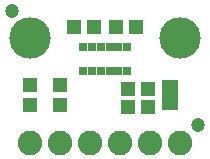
<source format=gbr>
G04 EAGLE Gerber RS-274X export*
G75*
%MOMM*%
%FSLAX34Y34*%
%LPD*%
%INSoldermask Top*%
%IPPOS*%
%AMOC8*
5,1,8,0,0,1.08239X$1,22.5*%
G01*
%ADD10R,0.753200X0.803200*%
%ADD11R,1.303200X1.203200*%
%ADD12R,1.203200X1.303200*%
%ADD13C,3.505200*%
%ADD14C,2.082800*%
%ADD15C,1.203200*%
%ADD16R,1.473200X0.838200*%


D10*
X70150Y73820D03*
X77650Y73820D03*
X85150Y73820D03*
X92650Y73820D03*
X100150Y73820D03*
X107650Y73820D03*
X107650Y93820D03*
X100150Y93820D03*
X92650Y93820D03*
X85150Y93820D03*
X77650Y93820D03*
X70150Y93820D03*
D11*
X108340Y43180D03*
X125340Y43180D03*
X108340Y58420D03*
X125340Y58420D03*
D12*
X25400Y44840D03*
X25400Y61840D03*
D11*
X98180Y110490D03*
X115180Y110490D03*
X79620Y110490D03*
X62620Y110490D03*
D13*
X25400Y101600D03*
X152400Y101600D03*
D14*
X152400Y12700D03*
X127000Y12700D03*
X101600Y12700D03*
X76200Y12700D03*
X50800Y12700D03*
X25400Y12700D03*
D12*
X50800Y44840D03*
X50800Y61840D03*
D15*
X167640Y27940D03*
X10160Y124460D03*
D16*
X143510Y45212D03*
X143510Y53340D03*
X143510Y61468D03*
M02*

</source>
